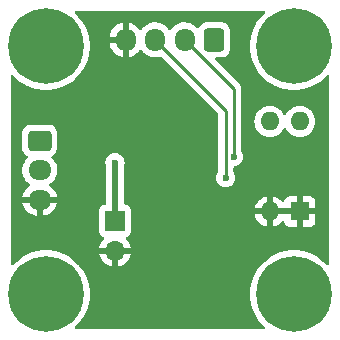
<source format=gbr>
%TF.GenerationSoftware,KiCad,Pcbnew,(6.0.8)*%
%TF.CreationDate,2023-04-18T11:51:24+02:00*%
%TF.ProjectId,ENCODER,454e434f-4445-4522-9e6b-696361645f70,1.0*%
%TF.SameCoordinates,Original*%
%TF.FileFunction,Copper,L2,Bot*%
%TF.FilePolarity,Positive*%
%FSLAX46Y46*%
G04 Gerber Fmt 4.6, Leading zero omitted, Abs format (unit mm)*
G04 Created by KiCad (PCBNEW (6.0.8)) date 2023-04-18 11:51:24*
%MOMM*%
%LPD*%
G01*
G04 APERTURE LIST*
G04 Aperture macros list*
%AMRoundRect*
0 Rectangle with rounded corners*
0 $1 Rounding radius*
0 $2 $3 $4 $5 $6 $7 $8 $9 X,Y pos of 4 corners*
0 Add a 4 corners polygon primitive as box body*
4,1,4,$2,$3,$4,$5,$6,$7,$8,$9,$2,$3,0*
0 Add four circle primitives for the rounded corners*
1,1,$1+$1,$2,$3*
1,1,$1+$1,$4,$5*
1,1,$1+$1,$6,$7*
1,1,$1+$1,$8,$9*
0 Add four rect primitives between the rounded corners*
20,1,$1+$1,$2,$3,$4,$5,0*
20,1,$1+$1,$4,$5,$6,$7,0*
20,1,$1+$1,$6,$7,$8,$9,0*
20,1,$1+$1,$8,$9,$2,$3,0*%
G04 Aperture macros list end*
%TA.AperFunction,ComponentPad*%
%ADD10C,0.800000*%
%TD*%
%TA.AperFunction,ComponentPad*%
%ADD11C,6.400000*%
%TD*%
%TA.AperFunction,ComponentPad*%
%ADD12RoundRect,0.250000X0.600000X0.725000X-0.600000X0.725000X-0.600000X-0.725000X0.600000X-0.725000X0*%
%TD*%
%TA.AperFunction,ComponentPad*%
%ADD13O,1.700000X1.950000*%
%TD*%
%TA.AperFunction,ComponentPad*%
%ADD14R,1.700000X1.700000*%
%TD*%
%TA.AperFunction,ComponentPad*%
%ADD15O,1.700000X1.700000*%
%TD*%
%TA.AperFunction,ComponentPad*%
%ADD16RoundRect,0.250000X-0.725000X0.600000X-0.725000X-0.600000X0.725000X-0.600000X0.725000X0.600000X0*%
%TD*%
%TA.AperFunction,ComponentPad*%
%ADD17O,1.950000X1.700000*%
%TD*%
%TA.AperFunction,ComponentPad*%
%ADD18R,1.600000X1.600000*%
%TD*%
%TA.AperFunction,ComponentPad*%
%ADD19O,1.600000X1.600000*%
%TD*%
%TA.AperFunction,ViaPad*%
%ADD20C,0.600000*%
%TD*%
%TA.AperFunction,Conductor*%
%ADD21C,0.508000*%
%TD*%
%TA.AperFunction,Conductor*%
%ADD22C,0.254000*%
%TD*%
G04 APERTURE END LIST*
D10*
%TO.P,H3,1*%
%TO.N,N/C*%
X134500000Y-81100000D03*
X132100000Y-83500000D03*
X136197056Y-81802944D03*
X132802944Y-85197056D03*
X136197056Y-85197056D03*
X132802944Y-81802944D03*
X134500000Y-85900000D03*
D11*
X134500000Y-83500000D03*
D10*
X136900000Y-83500000D03*
%TD*%
%TO.P,H4,1*%
%TO.N,N/C*%
X136900000Y-104500000D03*
X136197056Y-106197056D03*
X134500000Y-102100000D03*
X132802944Y-102802944D03*
X134500000Y-106900000D03*
D11*
X134500000Y-104500000D03*
D10*
X132100000Y-104500000D03*
X136197056Y-102802944D03*
X132802944Y-106197056D03*
%TD*%
%TO.P,H2,1*%
%TO.N,N/C*%
X111100000Y-83500000D03*
D11*
X113500000Y-83500000D03*
D10*
X113500000Y-85900000D03*
X113500000Y-81100000D03*
X115197056Y-81802944D03*
X115197056Y-85197056D03*
X115900000Y-83500000D03*
X111802944Y-81802944D03*
X111802944Y-85197056D03*
%TD*%
%TO.P,H1,1*%
%TO.N,N/C*%
X113500000Y-106900000D03*
X111802944Y-106197056D03*
X115900000Y-104500000D03*
X115197056Y-106197056D03*
X113500000Y-102100000D03*
D11*
X113500000Y-104500000D03*
D10*
X111100000Y-104500000D03*
X111802944Y-102802944D03*
X115197056Y-102802944D03*
%TD*%
D12*
%TO.P,J2,1,Pin_1*%
%TO.N,+3V3*%
X127750000Y-82975000D03*
D13*
%TO.P,J2,2,Pin_2*%
%TO.N,/SCL*%
X125250000Y-82975000D03*
%TO.P,J2,3,Pin_3*%
%TO.N,/SDA*%
X122750000Y-82975000D03*
%TO.P,J2,4,Pin_4*%
%TO.N,GND*%
X120250000Y-82975000D03*
%TD*%
D14*
%TO.P,C2,1*%
%TO.N,+3V3*%
X119347200Y-98288000D03*
D15*
%TO.P,C2,2*%
%TO.N,GND*%
X119347200Y-100828000D03*
%TD*%
D16*
%TO.P,J1,1,Pin_1*%
%TO.N,+3V3*%
X112975000Y-91500000D03*
D17*
%TO.P,J1,2,Pin_2*%
%TO.N,/OUT*%
X112975000Y-94000000D03*
%TO.P,J1,3,Pin_3*%
%TO.N,GND*%
X112975000Y-96500000D03*
%TD*%
D18*
%TO.P,SW1,1*%
%TO.N,GND*%
X135000000Y-97500000D03*
D19*
%TO.P,SW1,2*%
X132460000Y-97500000D03*
%TO.P,SW1,3*%
%TO.N,/PGO*%
X132460000Y-89880000D03*
%TO.P,SW1,4*%
%TO.N,/DIR*%
X135000000Y-89880000D03*
%TD*%
D20*
%TO.N,+3V3*%
X119347200Y-93370000D03*
%TO.N,/SCL*%
X129400000Y-92862000D03*
%TO.N,/SDA*%
X128731000Y-94640000D03*
%TD*%
D21*
%TO.N,+3V3*%
X119347200Y-93370000D02*
X119347200Y-98288000D01*
D22*
%TO.N,/SCL*%
X129400000Y-87125000D02*
X125250000Y-82975000D01*
X129400000Y-92862000D02*
X129400000Y-87125000D01*
%TO.N,/SDA*%
X128731000Y-94640000D02*
X128731000Y-88956000D01*
X128731000Y-88956000D02*
X122750000Y-82975000D01*
%TD*%
%TA.AperFunction,Conductor*%
%TO.N,GND*%
G36*
X132013639Y-80528502D02*
G01*
X132060132Y-80582158D01*
X132070236Y-80652432D01*
X132040742Y-80717012D01*
X132024812Y-80732420D01*
X132017695Y-80738183D01*
X132017684Y-80738193D01*
X132015124Y-80740266D01*
X131740266Y-81015124D01*
X131495643Y-81317207D01*
X131493848Y-81319970D01*
X131493848Y-81319971D01*
X131321320Y-81585643D01*
X131283938Y-81643206D01*
X131282443Y-81646140D01*
X131282439Y-81646147D01*
X131187182Y-81833100D01*
X131107468Y-81989547D01*
X130968167Y-82352438D01*
X130867562Y-82727901D01*
X130835268Y-82931793D01*
X130817699Y-83042723D01*
X130806754Y-83111824D01*
X130786411Y-83500000D01*
X130806754Y-83888176D01*
X130807267Y-83891416D01*
X130807268Y-83891424D01*
X130817841Y-83958178D01*
X130867562Y-84272099D01*
X130968167Y-84647562D01*
X131107468Y-85010453D01*
X131283938Y-85356794D01*
X131495643Y-85682793D01*
X131497718Y-85685355D01*
X131732421Y-85975188D01*
X131740266Y-85984876D01*
X132015124Y-86259734D01*
X132317207Y-86504357D01*
X132319970Y-86506152D01*
X132319971Y-86506152D01*
X132635409Y-86710999D01*
X132643205Y-86716062D01*
X132646139Y-86717557D01*
X132646146Y-86717561D01*
X132933124Y-86863783D01*
X132989547Y-86892532D01*
X133352438Y-87031833D01*
X133727901Y-87132438D01*
X133931793Y-87164732D01*
X134108576Y-87192732D01*
X134108584Y-87192733D01*
X134111824Y-87193246D01*
X134500000Y-87213589D01*
X134888176Y-87193246D01*
X134891416Y-87192733D01*
X134891424Y-87192732D01*
X135068207Y-87164732D01*
X135272099Y-87132438D01*
X135647562Y-87031833D01*
X136010453Y-86892532D01*
X136066876Y-86863783D01*
X136353854Y-86717561D01*
X136353861Y-86717557D01*
X136356795Y-86716062D01*
X136364592Y-86710999D01*
X136680029Y-86506152D01*
X136680030Y-86506152D01*
X136682793Y-86504357D01*
X136984876Y-86259734D01*
X137259734Y-85984876D01*
X137261809Y-85982314D01*
X137261817Y-85982305D01*
X137267580Y-85975188D01*
X137325994Y-85934836D01*
X137396951Y-85932470D01*
X137457923Y-85968843D01*
X137489551Y-86032405D01*
X137491500Y-86054482D01*
X137491500Y-101945518D01*
X137471498Y-102013639D01*
X137417842Y-102060132D01*
X137347568Y-102070236D01*
X137282988Y-102040742D01*
X137267580Y-102024812D01*
X137261817Y-102017695D01*
X137261807Y-102017684D01*
X137259734Y-102015124D01*
X136984876Y-101740266D01*
X136682793Y-101495643D01*
X136356795Y-101283938D01*
X136353861Y-101282443D01*
X136353854Y-101282439D01*
X136013393Y-101108966D01*
X136010453Y-101107468D01*
X135647562Y-100968167D01*
X135272099Y-100867562D01*
X135068207Y-100835268D01*
X134891424Y-100807268D01*
X134891416Y-100807267D01*
X134888176Y-100806754D01*
X134500000Y-100786411D01*
X134111824Y-100806754D01*
X134108584Y-100807267D01*
X134108576Y-100807268D01*
X133931793Y-100835268D01*
X133727901Y-100867562D01*
X133352438Y-100968167D01*
X132989547Y-101107468D01*
X132986607Y-101108966D01*
X132646147Y-101282439D01*
X132646140Y-101282443D01*
X132643206Y-101283938D01*
X132640440Y-101285734D01*
X132640437Y-101285736D01*
X132406581Y-101437603D01*
X132317207Y-101495643D01*
X132015124Y-101740266D01*
X131740266Y-102015124D01*
X131738194Y-102017682D01*
X131738191Y-102017686D01*
X131672999Y-102098191D01*
X131495643Y-102317207D01*
X131283938Y-102643206D01*
X131107468Y-102989547D01*
X130968167Y-103352438D01*
X130867562Y-103727901D01*
X130806754Y-104111824D01*
X130786411Y-104500000D01*
X130806754Y-104888176D01*
X130867562Y-105272099D01*
X130968167Y-105647562D01*
X131107468Y-106010453D01*
X131108966Y-106013393D01*
X131277554Y-106344264D01*
X131283938Y-106356794D01*
X131495643Y-106682793D01*
X131740266Y-106984876D01*
X132015124Y-107259734D01*
X132017684Y-107261807D01*
X132017695Y-107261817D01*
X132024812Y-107267580D01*
X132065164Y-107325994D01*
X132067530Y-107396951D01*
X132031157Y-107457923D01*
X131967595Y-107489551D01*
X131945518Y-107491500D01*
X116054482Y-107491500D01*
X115986361Y-107471498D01*
X115939868Y-107417842D01*
X115929764Y-107347568D01*
X115959258Y-107282988D01*
X115975188Y-107267580D01*
X115982305Y-107261817D01*
X115982316Y-107261807D01*
X115984876Y-107259734D01*
X116259734Y-106984876D01*
X116504357Y-106682793D01*
X116716062Y-106356794D01*
X116722447Y-106344264D01*
X116891034Y-106013393D01*
X116892532Y-106010453D01*
X117031833Y-105647562D01*
X117132438Y-105272099D01*
X117193246Y-104888176D01*
X117213589Y-104500000D01*
X117193246Y-104111824D01*
X117132438Y-103727901D01*
X117031833Y-103352438D01*
X116892532Y-102989547D01*
X116716062Y-102643206D01*
X116504357Y-102317207D01*
X116327001Y-102098191D01*
X116261809Y-102017686D01*
X116261806Y-102017682D01*
X116259734Y-102015124D01*
X115984876Y-101740266D01*
X115682793Y-101495643D01*
X115356795Y-101283938D01*
X115353861Y-101282443D01*
X115353854Y-101282439D01*
X115013393Y-101108966D01*
X115010453Y-101107468D01*
X114980489Y-101095966D01*
X118015457Y-101095966D01*
X118045765Y-101230446D01*
X118048845Y-101240275D01*
X118128970Y-101437603D01*
X118133613Y-101446794D01*
X118244894Y-101628388D01*
X118250977Y-101636699D01*
X118390413Y-101797667D01*
X118397780Y-101804883D01*
X118561634Y-101940916D01*
X118570081Y-101946831D01*
X118753956Y-102054279D01*
X118763242Y-102058729D01*
X118962201Y-102134703D01*
X118972099Y-102137579D01*
X119075450Y-102158606D01*
X119089499Y-102157410D01*
X119093200Y-102147065D01*
X119093200Y-102146517D01*
X119601200Y-102146517D01*
X119605264Y-102160359D01*
X119618678Y-102162393D01*
X119625384Y-102161534D01*
X119635462Y-102159392D01*
X119839455Y-102098191D01*
X119849042Y-102094433D01*
X120040295Y-102000739D01*
X120049145Y-101995464D01*
X120222528Y-101871792D01*
X120230400Y-101865139D01*
X120381252Y-101714812D01*
X120387930Y-101706965D01*
X120512203Y-101534020D01*
X120517513Y-101525183D01*
X120611870Y-101334267D01*
X120615669Y-101324672D01*
X120677577Y-101120910D01*
X120679755Y-101110837D01*
X120681186Y-101099962D01*
X120678975Y-101085778D01*
X120665817Y-101082000D01*
X119619315Y-101082000D01*
X119604076Y-101086475D01*
X119602871Y-101087865D01*
X119601200Y-101095548D01*
X119601200Y-102146517D01*
X119093200Y-102146517D01*
X119093200Y-101100115D01*
X119088725Y-101084876D01*
X119087335Y-101083671D01*
X119079652Y-101082000D01*
X118030425Y-101082000D01*
X118016894Y-101085973D01*
X118015457Y-101095966D01*
X114980489Y-101095966D01*
X114647562Y-100968167D01*
X114272099Y-100867562D01*
X114068207Y-100835268D01*
X113891424Y-100807268D01*
X113891416Y-100807267D01*
X113888176Y-100806754D01*
X113500000Y-100786411D01*
X113111824Y-100806754D01*
X113108584Y-100807267D01*
X113108576Y-100807268D01*
X112931793Y-100835268D01*
X112727901Y-100867562D01*
X112352438Y-100968167D01*
X111989547Y-101107468D01*
X111986607Y-101108966D01*
X111646147Y-101282439D01*
X111646140Y-101282443D01*
X111643206Y-101283938D01*
X111640440Y-101285734D01*
X111640437Y-101285736D01*
X111406581Y-101437603D01*
X111317207Y-101495643D01*
X111015124Y-101740266D01*
X110740266Y-102015124D01*
X110738193Y-102017684D01*
X110738183Y-102017695D01*
X110732420Y-102024812D01*
X110674006Y-102065164D01*
X110603049Y-102067530D01*
X110542077Y-102031157D01*
X110510449Y-101967595D01*
X110508500Y-101945518D01*
X110508500Y-99186134D01*
X117988700Y-99186134D01*
X117995455Y-99248316D01*
X118046585Y-99384705D01*
X118133939Y-99501261D01*
X118250495Y-99588615D01*
X118258904Y-99591767D01*
X118258905Y-99591768D01*
X118368160Y-99632726D01*
X118424925Y-99675367D01*
X118449625Y-99741929D01*
X118434418Y-99811278D01*
X118415025Y-99837759D01*
X118291790Y-99966717D01*
X118285304Y-99974727D01*
X118165298Y-100150649D01*
X118160200Y-100159623D01*
X118070538Y-100352783D01*
X118066975Y-100362470D01*
X118011589Y-100562183D01*
X118013112Y-100570607D01*
X118025492Y-100574000D01*
X120665544Y-100574000D01*
X120679075Y-100570027D01*
X120680380Y-100560947D01*
X120638414Y-100393875D01*
X120635094Y-100384124D01*
X120550172Y-100188814D01*
X120545305Y-100179739D01*
X120429626Y-100000926D01*
X120423336Y-99992757D01*
X120279493Y-99834677D01*
X120248441Y-99770831D01*
X120256835Y-99700333D01*
X120302012Y-99645564D01*
X120328456Y-99631895D01*
X120435497Y-99591767D01*
X120443905Y-99588615D01*
X120560461Y-99501261D01*
X120647815Y-99384705D01*
X120698945Y-99248316D01*
X120705700Y-99186134D01*
X120705700Y-97766522D01*
X131177273Y-97766522D01*
X131224764Y-97943761D01*
X131228510Y-97954053D01*
X131320586Y-98151511D01*
X131326069Y-98161007D01*
X131451028Y-98339467D01*
X131458084Y-98347875D01*
X131612125Y-98501916D01*
X131620533Y-98508972D01*
X131798993Y-98633931D01*
X131808489Y-98639414D01*
X132005947Y-98731490D01*
X132016239Y-98735236D01*
X132188503Y-98781394D01*
X132202599Y-98781058D01*
X132206000Y-98773116D01*
X132206000Y-98767967D01*
X132714000Y-98767967D01*
X132717973Y-98781498D01*
X132726522Y-98782727D01*
X132903761Y-98735236D01*
X132914053Y-98731490D01*
X133111511Y-98639414D01*
X133121007Y-98633931D01*
X133299467Y-98508972D01*
X133307875Y-98501916D01*
X133461916Y-98347875D01*
X133472507Y-98335254D01*
X133473357Y-98335968D01*
X133524422Y-98295152D01*
X133595041Y-98287844D01*
X133658401Y-98319877D01*
X133694385Y-98381079D01*
X133697438Y-98398145D01*
X133697895Y-98402353D01*
X133701521Y-98417604D01*
X133746676Y-98538054D01*
X133755214Y-98553649D01*
X133831715Y-98655724D01*
X133844276Y-98668285D01*
X133946351Y-98744786D01*
X133961946Y-98753324D01*
X134082394Y-98798478D01*
X134097649Y-98802105D01*
X134148514Y-98807631D01*
X134155328Y-98808000D01*
X134727885Y-98808000D01*
X134743124Y-98803525D01*
X134744329Y-98802135D01*
X134746000Y-98794452D01*
X134746000Y-98789884D01*
X135254000Y-98789884D01*
X135258475Y-98805123D01*
X135259865Y-98806328D01*
X135267548Y-98807999D01*
X135844669Y-98807999D01*
X135851490Y-98807629D01*
X135902352Y-98802105D01*
X135917604Y-98798479D01*
X136038054Y-98753324D01*
X136053649Y-98744786D01*
X136155724Y-98668285D01*
X136168285Y-98655724D01*
X136244786Y-98553649D01*
X136253324Y-98538054D01*
X136298478Y-98417606D01*
X136302105Y-98402351D01*
X136307631Y-98351486D01*
X136308000Y-98344672D01*
X136308000Y-97772115D01*
X136303525Y-97756876D01*
X136302135Y-97755671D01*
X136294452Y-97754000D01*
X135272115Y-97754000D01*
X135256876Y-97758475D01*
X135255671Y-97759865D01*
X135254000Y-97767548D01*
X135254000Y-98789884D01*
X134746000Y-98789884D01*
X134746000Y-97772115D01*
X134741525Y-97756876D01*
X134740135Y-97755671D01*
X134732452Y-97754000D01*
X132732115Y-97754000D01*
X132716876Y-97758475D01*
X132715671Y-97759865D01*
X132714000Y-97767548D01*
X132714000Y-98767967D01*
X132206000Y-98767967D01*
X132206000Y-97772115D01*
X132201525Y-97756876D01*
X132200135Y-97755671D01*
X132192452Y-97754000D01*
X131192033Y-97754000D01*
X131178502Y-97757973D01*
X131177273Y-97766522D01*
X120705700Y-97766522D01*
X120705700Y-97389866D01*
X120698945Y-97327684D01*
X120661764Y-97228503D01*
X131178606Y-97228503D01*
X131178942Y-97242599D01*
X131186884Y-97246000D01*
X132187885Y-97246000D01*
X132203124Y-97241525D01*
X132204329Y-97240135D01*
X132206000Y-97232452D01*
X132206000Y-97227885D01*
X132714000Y-97227885D01*
X132718475Y-97243124D01*
X132719865Y-97244329D01*
X132727548Y-97246000D01*
X134727885Y-97246000D01*
X134743124Y-97241525D01*
X134744329Y-97240135D01*
X134746000Y-97232452D01*
X134746000Y-97227885D01*
X135254000Y-97227885D01*
X135258475Y-97243124D01*
X135259865Y-97244329D01*
X135267548Y-97246000D01*
X136289884Y-97246000D01*
X136305123Y-97241525D01*
X136306328Y-97240135D01*
X136307999Y-97232452D01*
X136307999Y-96655331D01*
X136307629Y-96648510D01*
X136302105Y-96597648D01*
X136298479Y-96582396D01*
X136253324Y-96461946D01*
X136244786Y-96446351D01*
X136168285Y-96344276D01*
X136155724Y-96331715D01*
X136053649Y-96255214D01*
X136038054Y-96246676D01*
X135917606Y-96201522D01*
X135902351Y-96197895D01*
X135851486Y-96192369D01*
X135844672Y-96192000D01*
X135272115Y-96192000D01*
X135256876Y-96196475D01*
X135255671Y-96197865D01*
X135254000Y-96205548D01*
X135254000Y-97227885D01*
X134746000Y-97227885D01*
X134746000Y-96210116D01*
X134741525Y-96194877D01*
X134740135Y-96193672D01*
X134732452Y-96192001D01*
X134155331Y-96192001D01*
X134148510Y-96192371D01*
X134097648Y-96197895D01*
X134082396Y-96201521D01*
X133961946Y-96246676D01*
X133946351Y-96255214D01*
X133844276Y-96331715D01*
X133831715Y-96344276D01*
X133755214Y-96446351D01*
X133746676Y-96461946D01*
X133701522Y-96582394D01*
X133697896Y-96597643D01*
X133697439Y-96601851D01*
X133696168Y-96604910D01*
X133696068Y-96605331D01*
X133696000Y-96605315D01*
X133670199Y-96667414D01*
X133611837Y-96707843D01*
X133540883Y-96710301D01*
X133479864Y-96674008D01*
X133469028Y-96660600D01*
X133461916Y-96652125D01*
X133307875Y-96498084D01*
X133299467Y-96491028D01*
X133121007Y-96366069D01*
X133111511Y-96360586D01*
X132914053Y-96268510D01*
X132903761Y-96264764D01*
X132731497Y-96218606D01*
X132717401Y-96218942D01*
X132714000Y-96226884D01*
X132714000Y-97227885D01*
X132206000Y-97227885D01*
X132206000Y-96232033D01*
X132202027Y-96218502D01*
X132193478Y-96217273D01*
X132016239Y-96264764D01*
X132005947Y-96268510D01*
X131808489Y-96360586D01*
X131798993Y-96366069D01*
X131620533Y-96491028D01*
X131612125Y-96498084D01*
X131458084Y-96652125D01*
X131451028Y-96660533D01*
X131326069Y-96838993D01*
X131320586Y-96848489D01*
X131228510Y-97045947D01*
X131224764Y-97056239D01*
X131178606Y-97228503D01*
X120661764Y-97228503D01*
X120647815Y-97191295D01*
X120560461Y-97074739D01*
X120443905Y-96987385D01*
X120307516Y-96936255D01*
X120245334Y-96929500D01*
X120235700Y-96929500D01*
X120167579Y-96909498D01*
X120121086Y-96855842D01*
X120109700Y-96803500D01*
X120109700Y-93662737D01*
X120117912Y-93617993D01*
X120132755Y-93578920D01*
X120132756Y-93578918D01*
X120135255Y-93572338D01*
X120160499Y-93392717D01*
X120160816Y-93370000D01*
X120140597Y-93189745D01*
X120138280Y-93183091D01*
X120083264Y-93025106D01*
X120083262Y-93025103D01*
X120080945Y-93018448D01*
X119984826Y-92864624D01*
X119967847Y-92847526D01*
X119861978Y-92740915D01*
X119861974Y-92740912D01*
X119857015Y-92735918D01*
X119845897Y-92728862D01*
X119771652Y-92681745D01*
X119703866Y-92638727D01*
X119674663Y-92628328D01*
X119539625Y-92580243D01*
X119539620Y-92580242D01*
X119532990Y-92577881D01*
X119526002Y-92577048D01*
X119525999Y-92577047D01*
X119402898Y-92562368D01*
X119352880Y-92556404D01*
X119345877Y-92557140D01*
X119345876Y-92557140D01*
X119179488Y-92574628D01*
X119179486Y-92574629D01*
X119172488Y-92575364D01*
X119000779Y-92633818D01*
X118994775Y-92637512D01*
X118852295Y-92725166D01*
X118852292Y-92725168D01*
X118846288Y-92728862D01*
X118841253Y-92733793D01*
X118841250Y-92733795D01*
X118722011Y-92850563D01*
X118716693Y-92855771D01*
X118618435Y-93008238D01*
X118616026Y-93014858D01*
X118616024Y-93014861D01*
X118598016Y-93064338D01*
X118556397Y-93178685D01*
X118533663Y-93358640D01*
X118551363Y-93539160D01*
X118570971Y-93598104D01*
X118578258Y-93620009D01*
X118584700Y-93659781D01*
X118584700Y-96803500D01*
X118564698Y-96871621D01*
X118511042Y-96918114D01*
X118458700Y-96929500D01*
X118449066Y-96929500D01*
X118386884Y-96936255D01*
X118250495Y-96987385D01*
X118133939Y-97074739D01*
X118046585Y-97191295D01*
X117995455Y-97327684D01*
X117988700Y-97389866D01*
X117988700Y-99186134D01*
X110508500Y-99186134D01*
X110508500Y-96768580D01*
X111518752Y-96768580D01*
X111543477Y-96886421D01*
X111546537Y-96896617D01*
X111627263Y-97101029D01*
X111631994Y-97110561D01*
X111746016Y-97298462D01*
X111752280Y-97307052D01*
X111896327Y-97473052D01*
X111903958Y-97480472D01*
X112073911Y-97619826D01*
X112082678Y-97625850D01*
X112273682Y-97734576D01*
X112283346Y-97739041D01*
X112489941Y-97814031D01*
X112500208Y-97816802D01*
X112703174Y-97853504D01*
X112716414Y-97852085D01*
X112721000Y-97837450D01*
X112721000Y-97833849D01*
X113229000Y-97833849D01*
X113233310Y-97848527D01*
X113245193Y-97850590D01*
X113324325Y-97843876D01*
X113334797Y-97842086D01*
X113547535Y-97786870D01*
X113557575Y-97783335D01*
X113757970Y-97693063D01*
X113767256Y-97687894D01*
X113949575Y-97565150D01*
X113957870Y-97558481D01*
X114116900Y-97406772D01*
X114123941Y-97398814D01*
X114255141Y-97222475D01*
X114260745Y-97213438D01*
X114360357Y-97017516D01*
X114364357Y-97007665D01*
X114429534Y-96797760D01*
X114431817Y-96787376D01*
X114433861Y-96771957D01*
X114431665Y-96757793D01*
X114418478Y-96754000D01*
X113247115Y-96754000D01*
X113231876Y-96758475D01*
X113230671Y-96759865D01*
X113229000Y-96767548D01*
X113229000Y-97833849D01*
X112721000Y-97833849D01*
X112721000Y-96772115D01*
X112716525Y-96756876D01*
X112715135Y-96755671D01*
X112707452Y-96754000D01*
X111533808Y-96754000D01*
X111520277Y-96757973D01*
X111518752Y-96768580D01*
X110508500Y-96768580D01*
X110508500Y-93935774D01*
X111488102Y-93935774D01*
X111496751Y-94166158D01*
X111544093Y-94391791D01*
X111546051Y-94396750D01*
X111546052Y-94396752D01*
X111573694Y-94466744D01*
X111628776Y-94606221D01*
X111631543Y-94610780D01*
X111631544Y-94610783D01*
X111693998Y-94713703D01*
X111748377Y-94803317D01*
X111751874Y-94807347D01*
X111838438Y-94907103D01*
X111899477Y-94977445D01*
X111933466Y-95005314D01*
X112073627Y-95120240D01*
X112073633Y-95120244D01*
X112077755Y-95123624D01*
X112082398Y-95126267D01*
X112109735Y-95141829D01*
X112159041Y-95192912D01*
X112172902Y-95262542D01*
X112146918Y-95328613D01*
X112117768Y-95355851D01*
X112000422Y-95434852D01*
X111992130Y-95441519D01*
X111833100Y-95593228D01*
X111826059Y-95601186D01*
X111694859Y-95777525D01*
X111689255Y-95786562D01*
X111589643Y-95982484D01*
X111585643Y-95992335D01*
X111520466Y-96202240D01*
X111518183Y-96212624D01*
X111516139Y-96228043D01*
X111518335Y-96242207D01*
X111531522Y-96246000D01*
X114416192Y-96246000D01*
X114429723Y-96242027D01*
X114431248Y-96231420D01*
X114406523Y-96113579D01*
X114403463Y-96103383D01*
X114322737Y-95898971D01*
X114318006Y-95889439D01*
X114203984Y-95701538D01*
X114197720Y-95692948D01*
X114053673Y-95526948D01*
X114046042Y-95519528D01*
X113876089Y-95380174D01*
X113867326Y-95374152D01*
X113840289Y-95358762D01*
X113790982Y-95307680D01*
X113777120Y-95238049D01*
X113803103Y-95171978D01*
X113832253Y-95144739D01*
X113885532Y-95108869D01*
X113954319Y-95062559D01*
X114121135Y-94903424D01*
X114258754Y-94718458D01*
X114363240Y-94512949D01*
X114379761Y-94459745D01*
X114430024Y-94297871D01*
X114431607Y-94292773D01*
X114434319Y-94272312D01*
X114461198Y-94069511D01*
X114461198Y-94069506D01*
X114461898Y-94064226D01*
X114453249Y-93833842D01*
X114405907Y-93608209D01*
X114403829Y-93602947D01*
X114323185Y-93398744D01*
X114323184Y-93398742D01*
X114321224Y-93393779D01*
X114201623Y-93196683D01*
X114114755Y-93096576D01*
X114054023Y-93026588D01*
X114054021Y-93026586D01*
X114050523Y-93022555D01*
X114014880Y-92993330D01*
X113974886Y-92934671D01*
X113972954Y-92863701D01*
X114009698Y-92802952D01*
X114028468Y-92788752D01*
X114168120Y-92702332D01*
X114174348Y-92698478D01*
X114299305Y-92573303D01*
X114309722Y-92556404D01*
X114388275Y-92428968D01*
X114388276Y-92428966D01*
X114392115Y-92422738D01*
X114447797Y-92254861D01*
X114458500Y-92150400D01*
X114458500Y-90849600D01*
X114447526Y-90743834D01*
X114391550Y-90576054D01*
X114298478Y-90425652D01*
X114173303Y-90300695D01*
X114167072Y-90296854D01*
X114028968Y-90211725D01*
X114028966Y-90211724D01*
X114022738Y-90207885D01*
X113862254Y-90154655D01*
X113861389Y-90154368D01*
X113861387Y-90154368D01*
X113854861Y-90152203D01*
X113848025Y-90151503D01*
X113848022Y-90151502D01*
X113804969Y-90147091D01*
X113750400Y-90141500D01*
X112199600Y-90141500D01*
X112196354Y-90141837D01*
X112196350Y-90141837D01*
X112100692Y-90151762D01*
X112100688Y-90151763D01*
X112093834Y-90152474D01*
X112087298Y-90154655D01*
X112087296Y-90154655D01*
X111963521Y-90195950D01*
X111926054Y-90208450D01*
X111775652Y-90301522D01*
X111650695Y-90426697D01*
X111646855Y-90432927D01*
X111646854Y-90432928D01*
X111582858Y-90536749D01*
X111557885Y-90577262D01*
X111502203Y-90745139D01*
X111491500Y-90849600D01*
X111491500Y-92150400D01*
X111502474Y-92256166D01*
X111504655Y-92262702D01*
X111504655Y-92262704D01*
X111545077Y-92383862D01*
X111558450Y-92423946D01*
X111651522Y-92574348D01*
X111776697Y-92699305D01*
X111922340Y-92789081D01*
X111969832Y-92841852D01*
X111981256Y-92911924D01*
X111952982Y-92977048D01*
X111943195Y-92987510D01*
X111914524Y-93014861D01*
X111828865Y-93096576D01*
X111691246Y-93281542D01*
X111586760Y-93487051D01*
X111585178Y-93492145D01*
X111585177Y-93492148D01*
X111546101Y-93617993D01*
X111518393Y-93707227D01*
X111517692Y-93712516D01*
X111502304Y-93828623D01*
X111488102Y-93935774D01*
X110508500Y-93935774D01*
X110508500Y-86054482D01*
X110528502Y-85986361D01*
X110582158Y-85939868D01*
X110652432Y-85929764D01*
X110717012Y-85959258D01*
X110732420Y-85975188D01*
X110738183Y-85982305D01*
X110738191Y-85982314D01*
X110740266Y-85984876D01*
X111015124Y-86259734D01*
X111317207Y-86504357D01*
X111319970Y-86506152D01*
X111319971Y-86506152D01*
X111635409Y-86710999D01*
X111643205Y-86716062D01*
X111646139Y-86717557D01*
X111646146Y-86717561D01*
X111933124Y-86863783D01*
X111989547Y-86892532D01*
X112352438Y-87031833D01*
X112727901Y-87132438D01*
X112931793Y-87164732D01*
X113108576Y-87192732D01*
X113108584Y-87192733D01*
X113111824Y-87193246D01*
X113500000Y-87213589D01*
X113888176Y-87193246D01*
X113891416Y-87192733D01*
X113891424Y-87192732D01*
X114068207Y-87164732D01*
X114272099Y-87132438D01*
X114647562Y-87031833D01*
X115010453Y-86892532D01*
X115066876Y-86863783D01*
X115353854Y-86717561D01*
X115353861Y-86717557D01*
X115356795Y-86716062D01*
X115364592Y-86710999D01*
X115680029Y-86506152D01*
X115680030Y-86506152D01*
X115682793Y-86504357D01*
X115984876Y-86259734D01*
X116259734Y-85984876D01*
X116267580Y-85975188D01*
X116502282Y-85685355D01*
X116504357Y-85682793D01*
X116716062Y-85356794D01*
X116892532Y-85010453D01*
X117031833Y-84647562D01*
X117132438Y-84272099D01*
X117182159Y-83958178D01*
X117192732Y-83891424D01*
X117192733Y-83891416D01*
X117193246Y-83888176D01*
X117213589Y-83500000D01*
X117200235Y-83245193D01*
X118899410Y-83245193D01*
X118906124Y-83324325D01*
X118907914Y-83334797D01*
X118963130Y-83547535D01*
X118966665Y-83557575D01*
X119056937Y-83757970D01*
X119062106Y-83767256D01*
X119184850Y-83949575D01*
X119191519Y-83957870D01*
X119343228Y-84116900D01*
X119351186Y-84123941D01*
X119527525Y-84255141D01*
X119536562Y-84260745D01*
X119732484Y-84360357D01*
X119742335Y-84364357D01*
X119952240Y-84429534D01*
X119962624Y-84431817D01*
X119978043Y-84433861D01*
X119992207Y-84431665D01*
X119996000Y-84418478D01*
X119996000Y-84416192D01*
X120504000Y-84416192D01*
X120507973Y-84429723D01*
X120518580Y-84431248D01*
X120636421Y-84406523D01*
X120646617Y-84403463D01*
X120851029Y-84322737D01*
X120860561Y-84318006D01*
X121048462Y-84203984D01*
X121057052Y-84197720D01*
X121223052Y-84053673D01*
X121230472Y-84046042D01*
X121369826Y-83876089D01*
X121375848Y-83867326D01*
X121391238Y-83840289D01*
X121442320Y-83790982D01*
X121511951Y-83777120D01*
X121578022Y-83803103D01*
X121605261Y-83832253D01*
X121620482Y-83854861D01*
X121687441Y-83954319D01*
X121691120Y-83958176D01*
X121691122Y-83958178D01*
X121752710Y-84022738D01*
X121846576Y-84121135D01*
X122031542Y-84258754D01*
X122036293Y-84261170D01*
X122036297Y-84261172D01*
X122099481Y-84293296D01*
X122237051Y-84363240D01*
X122242145Y-84364822D01*
X122242148Y-84364823D01*
X122407583Y-84416192D01*
X122457227Y-84431607D01*
X122462516Y-84432308D01*
X122680489Y-84461198D01*
X122680494Y-84461198D01*
X122685774Y-84461898D01*
X122691103Y-84461698D01*
X122691105Y-84461698D01*
X122800966Y-84457574D01*
X122916158Y-84453249D01*
X123141791Y-84405907D01*
X123165525Y-84396534D01*
X123236230Y-84390117D01*
X123300900Y-84424632D01*
X128058595Y-89182327D01*
X128092621Y-89244639D01*
X128095500Y-89271422D01*
X128095500Y-94096436D01*
X128075411Y-94164691D01*
X128002235Y-94278238D01*
X127999826Y-94284858D01*
X127999824Y-94284861D01*
X127995089Y-94297871D01*
X127940197Y-94448685D01*
X127917463Y-94628640D01*
X127935163Y-94809160D01*
X127992418Y-94981273D01*
X127996065Y-94987295D01*
X127996066Y-94987297D01*
X128080229Y-95126267D01*
X128086380Y-95136424D01*
X128091269Y-95141487D01*
X128091270Y-95141488D01*
X128106357Y-95157111D01*
X128212382Y-95266902D01*
X128244729Y-95288069D01*
X128352359Y-95358500D01*
X128364159Y-95366222D01*
X128370763Y-95368678D01*
X128370765Y-95368679D01*
X128527558Y-95426990D01*
X128527560Y-95426990D01*
X128534168Y-95429448D01*
X128617995Y-95440633D01*
X128706980Y-95452507D01*
X128706984Y-95452507D01*
X128713961Y-95453438D01*
X128720972Y-95452800D01*
X128720976Y-95452800D01*
X128863459Y-95439832D01*
X128894600Y-95436998D01*
X128901302Y-95434820D01*
X128901304Y-95434820D01*
X129060409Y-95383124D01*
X129060412Y-95383123D01*
X129067108Y-95380947D01*
X129175492Y-95316337D01*
X129216860Y-95291677D01*
X129216862Y-95291676D01*
X129222912Y-95288069D01*
X129354266Y-95162982D01*
X129454643Y-95011902D01*
X129519055Y-94842338D01*
X129520035Y-94835366D01*
X129543748Y-94666639D01*
X129543748Y-94666636D01*
X129544299Y-94662717D01*
X129544616Y-94640000D01*
X129524397Y-94459745D01*
X129522080Y-94453091D01*
X129467064Y-94295106D01*
X129467062Y-94295103D01*
X129464745Y-94288448D01*
X129385646Y-94161862D01*
X129366500Y-94095093D01*
X129366500Y-93791989D01*
X129386502Y-93723868D01*
X129440158Y-93677375D01*
X129481079Y-93666508D01*
X129563600Y-93658998D01*
X129570302Y-93656820D01*
X129570304Y-93656820D01*
X129729409Y-93605124D01*
X129729412Y-93605123D01*
X129736108Y-93602947D01*
X129832513Y-93545478D01*
X129885860Y-93513677D01*
X129885862Y-93513676D01*
X129891912Y-93510069D01*
X130023266Y-93384982D01*
X130123643Y-93233902D01*
X130175809Y-93096576D01*
X130185555Y-93070920D01*
X130185556Y-93070918D01*
X130188055Y-93064338D01*
X130189035Y-93057366D01*
X130212748Y-92888639D01*
X130212748Y-92888636D01*
X130213299Y-92884717D01*
X130213616Y-92862000D01*
X130193397Y-92681745D01*
X130178417Y-92638727D01*
X130136064Y-92517106D01*
X130136062Y-92517103D01*
X130133745Y-92510448D01*
X130054646Y-92383862D01*
X130035500Y-92317093D01*
X130035500Y-89880000D01*
X131146502Y-89880000D01*
X131166457Y-90108087D01*
X131167881Y-90113400D01*
X131167881Y-90113402D01*
X131219677Y-90306704D01*
X131225716Y-90329243D01*
X131228039Y-90334224D01*
X131228039Y-90334225D01*
X131320151Y-90531762D01*
X131320154Y-90531767D01*
X131322477Y-90536749D01*
X131453802Y-90724300D01*
X131615700Y-90886198D01*
X131620208Y-90889355D01*
X131620211Y-90889357D01*
X131698389Y-90944098D01*
X131803251Y-91017523D01*
X131808233Y-91019846D01*
X131808238Y-91019849D01*
X132005775Y-91111961D01*
X132010757Y-91114284D01*
X132016065Y-91115706D01*
X132016067Y-91115707D01*
X132226598Y-91172119D01*
X132226600Y-91172119D01*
X132231913Y-91173543D01*
X132460000Y-91193498D01*
X132688087Y-91173543D01*
X132693400Y-91172119D01*
X132693402Y-91172119D01*
X132903933Y-91115707D01*
X132903935Y-91115706D01*
X132909243Y-91114284D01*
X132914225Y-91111961D01*
X133111762Y-91019849D01*
X133111767Y-91019846D01*
X133116749Y-91017523D01*
X133221611Y-90944098D01*
X133299789Y-90889357D01*
X133299792Y-90889355D01*
X133304300Y-90886198D01*
X133466198Y-90724300D01*
X133597523Y-90536749D01*
X133599846Y-90531767D01*
X133599849Y-90531762D01*
X133615805Y-90497543D01*
X133662722Y-90444258D01*
X133730999Y-90424797D01*
X133798959Y-90445339D01*
X133844195Y-90497543D01*
X133860151Y-90531762D01*
X133860154Y-90531767D01*
X133862477Y-90536749D01*
X133993802Y-90724300D01*
X134155700Y-90886198D01*
X134160208Y-90889355D01*
X134160211Y-90889357D01*
X134238389Y-90944098D01*
X134343251Y-91017523D01*
X134348233Y-91019846D01*
X134348238Y-91019849D01*
X134545775Y-91111961D01*
X134550757Y-91114284D01*
X134556065Y-91115706D01*
X134556067Y-91115707D01*
X134766598Y-91172119D01*
X134766600Y-91172119D01*
X134771913Y-91173543D01*
X135000000Y-91193498D01*
X135228087Y-91173543D01*
X135233400Y-91172119D01*
X135233402Y-91172119D01*
X135443933Y-91115707D01*
X135443935Y-91115706D01*
X135449243Y-91114284D01*
X135454225Y-91111961D01*
X135651762Y-91019849D01*
X135651767Y-91019846D01*
X135656749Y-91017523D01*
X135761611Y-90944098D01*
X135839789Y-90889357D01*
X135839792Y-90889355D01*
X135844300Y-90886198D01*
X136006198Y-90724300D01*
X136137523Y-90536749D01*
X136139846Y-90531767D01*
X136139849Y-90531762D01*
X136231961Y-90334225D01*
X136231961Y-90334224D01*
X136234284Y-90329243D01*
X136240324Y-90306704D01*
X136292119Y-90113402D01*
X136292119Y-90113400D01*
X136293543Y-90108087D01*
X136313498Y-89880000D01*
X136293543Y-89651913D01*
X136234284Y-89430757D01*
X136180148Y-89314661D01*
X136139849Y-89228238D01*
X136139846Y-89228233D01*
X136137523Y-89223251D01*
X136006198Y-89035700D01*
X135844300Y-88873802D01*
X135839792Y-88870645D01*
X135839789Y-88870643D01*
X135761611Y-88815902D01*
X135656749Y-88742477D01*
X135651767Y-88740154D01*
X135651762Y-88740151D01*
X135454225Y-88648039D01*
X135454224Y-88648039D01*
X135449243Y-88645716D01*
X135443935Y-88644294D01*
X135443933Y-88644293D01*
X135233402Y-88587881D01*
X135233400Y-88587881D01*
X135228087Y-88586457D01*
X135000000Y-88566502D01*
X134771913Y-88586457D01*
X134766600Y-88587881D01*
X134766598Y-88587881D01*
X134556067Y-88644293D01*
X134556065Y-88644294D01*
X134550757Y-88645716D01*
X134545776Y-88648039D01*
X134545775Y-88648039D01*
X134348238Y-88740151D01*
X134348233Y-88740154D01*
X134343251Y-88742477D01*
X134238389Y-88815902D01*
X134160211Y-88870643D01*
X134160208Y-88870645D01*
X134155700Y-88873802D01*
X133993802Y-89035700D01*
X133862477Y-89223251D01*
X133860154Y-89228233D01*
X133860151Y-89228238D01*
X133844195Y-89262457D01*
X133797278Y-89315742D01*
X133729001Y-89335203D01*
X133661041Y-89314661D01*
X133615805Y-89262457D01*
X133599849Y-89228238D01*
X133599846Y-89228233D01*
X133597523Y-89223251D01*
X133466198Y-89035700D01*
X133304300Y-88873802D01*
X133299792Y-88870645D01*
X133299789Y-88870643D01*
X133221611Y-88815902D01*
X133116749Y-88742477D01*
X133111767Y-88740154D01*
X133111762Y-88740151D01*
X132914225Y-88648039D01*
X132914224Y-88648039D01*
X132909243Y-88645716D01*
X132903935Y-88644294D01*
X132903933Y-88644293D01*
X132693402Y-88587881D01*
X132693400Y-88587881D01*
X132688087Y-88586457D01*
X132460000Y-88566502D01*
X132231913Y-88586457D01*
X132226600Y-88587881D01*
X132226598Y-88587881D01*
X132016067Y-88644293D01*
X132016065Y-88644294D01*
X132010757Y-88645716D01*
X132005776Y-88648039D01*
X132005775Y-88648039D01*
X131808238Y-88740151D01*
X131808233Y-88740154D01*
X131803251Y-88742477D01*
X131698389Y-88815902D01*
X131620211Y-88870643D01*
X131620208Y-88870645D01*
X131615700Y-88873802D01*
X131453802Y-89035700D01*
X131322477Y-89223251D01*
X131320154Y-89228233D01*
X131320151Y-89228238D01*
X131279852Y-89314661D01*
X131225716Y-89430757D01*
X131166457Y-89651913D01*
X131146502Y-89880000D01*
X130035500Y-89880000D01*
X130035500Y-87204020D01*
X130036029Y-87192791D01*
X130037708Y-87185281D01*
X130035562Y-87117001D01*
X130035500Y-87113044D01*
X130035500Y-87085017D01*
X130034989Y-87080971D01*
X130034057Y-87069136D01*
X130032913Y-87032722D01*
X130032664Y-87024795D01*
X130026987Y-87005254D01*
X130022978Y-86985894D01*
X130021421Y-86973566D01*
X130021420Y-86973563D01*
X130020427Y-86965701D01*
X130017510Y-86958335D01*
X130017509Y-86958329D01*
X130004091Y-86924439D01*
X130000246Y-86913210D01*
X129987869Y-86870607D01*
X129983836Y-86863788D01*
X129983834Y-86863783D01*
X129977510Y-86853091D01*
X129968813Y-86835341D01*
X129961319Y-86816412D01*
X129935240Y-86780517D01*
X129928722Y-86770595D01*
X129910170Y-86739224D01*
X129910166Y-86739219D01*
X129906134Y-86732401D01*
X129891747Y-86718014D01*
X129878906Y-86702980D01*
X129871602Y-86692927D01*
X129866942Y-86686513D01*
X129832750Y-86658227D01*
X129823971Y-86650238D01*
X127847328Y-84673595D01*
X127813302Y-84611283D01*
X127818367Y-84540468D01*
X127860914Y-84483632D01*
X127927434Y-84458821D01*
X127936423Y-84458500D01*
X128400400Y-84458500D01*
X128403646Y-84458163D01*
X128403650Y-84458163D01*
X128499308Y-84448238D01*
X128499312Y-84448237D01*
X128506166Y-84447526D01*
X128512702Y-84445345D01*
X128512704Y-84445345D01*
X128666998Y-84393868D01*
X128673946Y-84391550D01*
X128824348Y-84298478D01*
X128949305Y-84173303D01*
X128981462Y-84121135D01*
X129038275Y-84028968D01*
X129038276Y-84028966D01*
X129042115Y-84022738D01*
X129097797Y-83854861D01*
X129100114Y-83832253D01*
X129108172Y-83753598D01*
X129108500Y-83750400D01*
X129108500Y-82199600D01*
X129104292Y-82159041D01*
X129098238Y-82100692D01*
X129098237Y-82100688D01*
X129097526Y-82093834D01*
X129090785Y-82073627D01*
X129043868Y-81933002D01*
X129041550Y-81926054D01*
X128948478Y-81775652D01*
X128823303Y-81650695D01*
X128792965Y-81631994D01*
X128678968Y-81561725D01*
X128678966Y-81561724D01*
X128672738Y-81557885D01*
X128559353Y-81520277D01*
X128511389Y-81504368D01*
X128511387Y-81504368D01*
X128504861Y-81502203D01*
X128498025Y-81501503D01*
X128498022Y-81501502D01*
X128454969Y-81497091D01*
X128400400Y-81491500D01*
X127099600Y-81491500D01*
X127096354Y-81491837D01*
X127096350Y-81491837D01*
X127000692Y-81501762D01*
X127000688Y-81501763D01*
X126993834Y-81502474D01*
X126987298Y-81504655D01*
X126987296Y-81504655D01*
X126855194Y-81548728D01*
X126826054Y-81558450D01*
X126675652Y-81651522D01*
X126550695Y-81776697D01*
X126477170Y-81895977D01*
X126460920Y-81922339D01*
X126408148Y-81969832D01*
X126338076Y-81981256D01*
X126272952Y-81952982D01*
X126262490Y-81943195D01*
X126157103Y-81832722D01*
X126153424Y-81828865D01*
X125968458Y-81691246D01*
X125963707Y-81688830D01*
X125963703Y-81688828D01*
X125845588Y-81628776D01*
X125762949Y-81586760D01*
X125757855Y-81585178D01*
X125757852Y-81585177D01*
X125547871Y-81519976D01*
X125542773Y-81518393D01*
X125537484Y-81517692D01*
X125319511Y-81488802D01*
X125319506Y-81488802D01*
X125314226Y-81488102D01*
X125308897Y-81488302D01*
X125308895Y-81488302D01*
X125199034Y-81492426D01*
X125083842Y-81496751D01*
X125078623Y-81497846D01*
X125056566Y-81502474D01*
X124858209Y-81544093D01*
X124853250Y-81546051D01*
X124853248Y-81546052D01*
X124648744Y-81626815D01*
X124648742Y-81626816D01*
X124643779Y-81628776D01*
X124639220Y-81631543D01*
X124639217Y-81631544D01*
X124544113Y-81689255D01*
X124446683Y-81748377D01*
X124442653Y-81751874D01*
X124349484Y-81832722D01*
X124272555Y-81899477D01*
X124253809Y-81922339D01*
X124129760Y-82073627D01*
X124129756Y-82073633D01*
X124126376Y-82077755D01*
X124108448Y-82109250D01*
X124057368Y-82158555D01*
X123987738Y-82172417D01*
X123921667Y-82146434D01*
X123894427Y-82117284D01*
X123867814Y-82077755D01*
X123812559Y-81995681D01*
X123806708Y-81989547D01*
X123657103Y-81832722D01*
X123653424Y-81828865D01*
X123468458Y-81691246D01*
X123463707Y-81688830D01*
X123463703Y-81688828D01*
X123345588Y-81628776D01*
X123262949Y-81586760D01*
X123257855Y-81585178D01*
X123257852Y-81585177D01*
X123047871Y-81519976D01*
X123042773Y-81518393D01*
X123037484Y-81517692D01*
X122819511Y-81488802D01*
X122819506Y-81488802D01*
X122814226Y-81488102D01*
X122808897Y-81488302D01*
X122808895Y-81488302D01*
X122699034Y-81492426D01*
X122583842Y-81496751D01*
X122578623Y-81497846D01*
X122556566Y-81502474D01*
X122358209Y-81544093D01*
X122353250Y-81546051D01*
X122353248Y-81546052D01*
X122148744Y-81626815D01*
X122148742Y-81626816D01*
X122143779Y-81628776D01*
X122139220Y-81631543D01*
X122139217Y-81631544D01*
X122044113Y-81689255D01*
X121946683Y-81748377D01*
X121942653Y-81751874D01*
X121849484Y-81832722D01*
X121772555Y-81899477D01*
X121753809Y-81922339D01*
X121629760Y-82073627D01*
X121629756Y-82073633D01*
X121626376Y-82077755D01*
X121623738Y-82082390D01*
X121623733Y-82082398D01*
X121608171Y-82109735D01*
X121557088Y-82159041D01*
X121487458Y-82172902D01*
X121421387Y-82146918D01*
X121394149Y-82117768D01*
X121315148Y-82000422D01*
X121308481Y-81992130D01*
X121156772Y-81833100D01*
X121148814Y-81826059D01*
X120972475Y-81694859D01*
X120963438Y-81689255D01*
X120767516Y-81589643D01*
X120757665Y-81585643D01*
X120547760Y-81520466D01*
X120537376Y-81518183D01*
X120521957Y-81516139D01*
X120507793Y-81518335D01*
X120504000Y-81531522D01*
X120504000Y-84416192D01*
X119996000Y-84416192D01*
X119996000Y-83247115D01*
X119991525Y-83231876D01*
X119990135Y-83230671D01*
X119982452Y-83229000D01*
X118916151Y-83229000D01*
X118901473Y-83233310D01*
X118899410Y-83245193D01*
X117200235Y-83245193D01*
X117193246Y-83111824D01*
X117182302Y-83042723D01*
X117164732Y-82931793D01*
X117132438Y-82727901D01*
X117125812Y-82703174D01*
X118896496Y-82703174D01*
X118897915Y-82716414D01*
X118912550Y-82721000D01*
X119977885Y-82721000D01*
X119993124Y-82716525D01*
X119994329Y-82715135D01*
X119996000Y-82707452D01*
X119996000Y-81533808D01*
X119992027Y-81520277D01*
X119981420Y-81518752D01*
X119863579Y-81543477D01*
X119853383Y-81546537D01*
X119648971Y-81627263D01*
X119639439Y-81631994D01*
X119451538Y-81746016D01*
X119442948Y-81752280D01*
X119276948Y-81896327D01*
X119269528Y-81903958D01*
X119130174Y-82073911D01*
X119124150Y-82082678D01*
X119015424Y-82273682D01*
X119010959Y-82283346D01*
X118935969Y-82489941D01*
X118933198Y-82500208D01*
X118896496Y-82703174D01*
X117125812Y-82703174D01*
X117031833Y-82352438D01*
X116892532Y-81989547D01*
X116812818Y-81833100D01*
X116717561Y-81646147D01*
X116717557Y-81646140D01*
X116716062Y-81643206D01*
X116678681Y-81585643D01*
X116506152Y-81319971D01*
X116506152Y-81319970D01*
X116504357Y-81317207D01*
X116259734Y-81015124D01*
X115984876Y-80740266D01*
X115982316Y-80738193D01*
X115982305Y-80738183D01*
X115975188Y-80732420D01*
X115934836Y-80674006D01*
X115932470Y-80603049D01*
X115968843Y-80542077D01*
X116032405Y-80510449D01*
X116054482Y-80508500D01*
X131945518Y-80508500D01*
X132013639Y-80528502D01*
G37*
%TD.AperFunction*%
%TD*%
M02*

</source>
